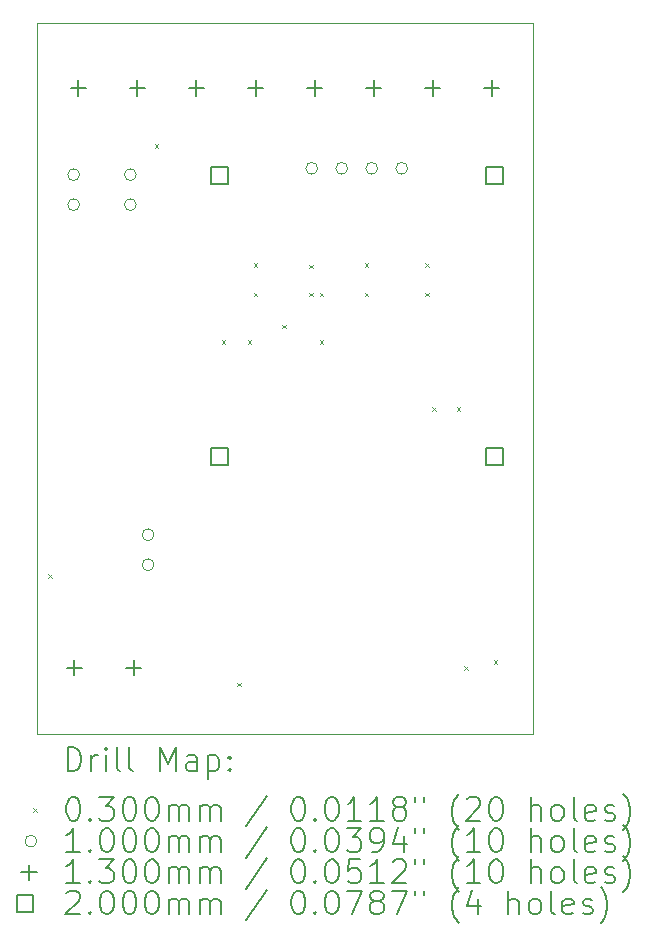
<source format=gbr>
%TF.GenerationSoftware,KiCad,Pcbnew,9.0.0*%
%TF.CreationDate,2025-03-14T10:35:38+00:00*%
%TF.ProjectId,paxtogeddon-pcb,70617874-6f67-4656-9464-6f6e2d706362,rev?*%
%TF.SameCoordinates,Original*%
%TF.FileFunction,Drillmap*%
%TF.FilePolarity,Positive*%
%FSLAX45Y45*%
G04 Gerber Fmt 4.5, Leading zero omitted, Abs format (unit mm)*
G04 Created by KiCad (PCBNEW 9.0.0) date 2025-03-14 10:35:38*
%MOMM*%
%LPD*%
G01*
G04 APERTURE LIST*
%ADD10C,0.050000*%
%ADD11C,0.200000*%
%ADD12C,0.100000*%
%ADD13C,0.130000*%
G04 APERTURE END LIST*
D10*
X3240000Y-2100000D02*
X7440000Y-2100000D01*
X7440000Y-8120000D01*
X3240000Y-8120000D01*
X3240000Y-2100000D01*
D11*
D12*
X3335000Y-6765000D02*
X3365000Y-6795000D01*
X3365000Y-6765000D02*
X3335000Y-6795000D01*
X4235000Y-3125000D02*
X4265000Y-3155000D01*
X4265000Y-3125000D02*
X4235000Y-3155000D01*
X4805000Y-4785000D02*
X4835000Y-4815000D01*
X4835000Y-4785000D02*
X4805000Y-4815000D01*
X4935000Y-7685000D02*
X4965000Y-7715000D01*
X4965000Y-7685000D02*
X4935000Y-7715000D01*
X5025000Y-4785000D02*
X5055000Y-4815000D01*
X5055000Y-4785000D02*
X5025000Y-4815000D01*
X5075000Y-4135000D02*
X5105000Y-4165000D01*
X5105000Y-4135000D02*
X5075000Y-4165000D01*
X5075000Y-4385000D02*
X5105000Y-4415000D01*
X5105000Y-4385000D02*
X5075000Y-4415000D01*
X5315000Y-4655000D02*
X5345000Y-4685000D01*
X5345000Y-4655000D02*
X5315000Y-4685000D01*
X5545000Y-4145000D02*
X5575000Y-4175000D01*
X5575000Y-4145000D02*
X5545000Y-4175000D01*
X5545000Y-4385000D02*
X5575000Y-4415000D01*
X5575000Y-4385000D02*
X5545000Y-4415000D01*
X5635000Y-4385000D02*
X5665000Y-4415000D01*
X5665000Y-4385000D02*
X5635000Y-4415000D01*
X5635000Y-4785000D02*
X5665000Y-4815000D01*
X5665000Y-4785000D02*
X5635000Y-4815000D01*
X6015000Y-4135000D02*
X6045000Y-4165000D01*
X6045000Y-4135000D02*
X6015000Y-4165000D01*
X6015000Y-4385000D02*
X6045000Y-4415000D01*
X6045000Y-4385000D02*
X6015000Y-4415000D01*
X6525000Y-4135000D02*
X6555000Y-4165000D01*
X6555000Y-4135000D02*
X6525000Y-4165000D01*
X6525000Y-4385000D02*
X6555000Y-4415000D01*
X6555000Y-4385000D02*
X6525000Y-4415000D01*
X6585000Y-5355000D02*
X6615000Y-5385000D01*
X6615000Y-5355000D02*
X6585000Y-5385000D01*
X6795000Y-5355000D02*
X6825000Y-5385000D01*
X6825000Y-5355000D02*
X6795000Y-5385000D01*
X6855000Y-7545000D02*
X6885000Y-7575000D01*
X6885000Y-7545000D02*
X6855000Y-7575000D01*
X7105000Y-7495000D02*
X7135000Y-7525000D01*
X7135000Y-7495000D02*
X7105000Y-7525000D01*
X3600000Y-3383500D02*
G75*
G02*
X3500000Y-3383500I-50000J0D01*
G01*
X3500000Y-3383500D02*
G75*
G02*
X3600000Y-3383500I50000J0D01*
G01*
X3600000Y-3637500D02*
G75*
G02*
X3500000Y-3637500I-50000J0D01*
G01*
X3500000Y-3637500D02*
G75*
G02*
X3600000Y-3637500I50000J0D01*
G01*
X4080000Y-3383500D02*
G75*
G02*
X3980000Y-3383500I-50000J0D01*
G01*
X3980000Y-3383500D02*
G75*
G02*
X4080000Y-3383500I50000J0D01*
G01*
X4080000Y-3637500D02*
G75*
G02*
X3980000Y-3637500I-50000J0D01*
G01*
X3980000Y-3637500D02*
G75*
G02*
X4080000Y-3637500I50000J0D01*
G01*
X4230000Y-6432500D02*
G75*
G02*
X4130000Y-6432500I-50000J0D01*
G01*
X4130000Y-6432500D02*
G75*
G02*
X4230000Y-6432500I50000J0D01*
G01*
X4230000Y-6686500D02*
G75*
G02*
X4130000Y-6686500I-50000J0D01*
G01*
X4130000Y-6686500D02*
G75*
G02*
X4230000Y-6686500I50000J0D01*
G01*
X5616000Y-3330000D02*
G75*
G02*
X5516000Y-3330000I-50000J0D01*
G01*
X5516000Y-3330000D02*
G75*
G02*
X5616000Y-3330000I50000J0D01*
G01*
X5870000Y-3330000D02*
G75*
G02*
X5770000Y-3330000I-50000J0D01*
G01*
X5770000Y-3330000D02*
G75*
G02*
X5870000Y-3330000I50000J0D01*
G01*
X6124000Y-3330000D02*
G75*
G02*
X6024000Y-3330000I-50000J0D01*
G01*
X6024000Y-3330000D02*
G75*
G02*
X6124000Y-3330000I50000J0D01*
G01*
X6378000Y-3330000D02*
G75*
G02*
X6278000Y-3330000I-50000J0D01*
G01*
X6278000Y-3330000D02*
G75*
G02*
X6378000Y-3330000I50000J0D01*
G01*
D13*
X3556750Y-7491750D02*
X3556750Y-7621750D01*
X3491750Y-7556750D02*
X3621750Y-7556750D01*
X3590000Y-2585000D02*
X3590000Y-2715000D01*
X3525000Y-2650000D02*
X3655000Y-2650000D01*
X4056750Y-7491750D02*
X4056750Y-7621750D01*
X3991750Y-7556750D02*
X4121750Y-7556750D01*
X4090000Y-2585000D02*
X4090000Y-2715000D01*
X4025000Y-2650000D02*
X4155000Y-2650000D01*
X4590000Y-2585000D02*
X4590000Y-2715000D01*
X4525000Y-2650000D02*
X4655000Y-2650000D01*
X5090000Y-2585000D02*
X5090000Y-2715000D01*
X5025000Y-2650000D02*
X5155000Y-2650000D01*
X5590000Y-2585000D02*
X5590000Y-2715000D01*
X5525000Y-2650000D02*
X5655000Y-2650000D01*
X6090000Y-2585000D02*
X6090000Y-2715000D01*
X6025000Y-2650000D02*
X6155000Y-2650000D01*
X6590000Y-2585000D02*
X6590000Y-2715000D01*
X6525000Y-2650000D02*
X6655000Y-2650000D01*
X7090000Y-2585000D02*
X7090000Y-2715000D01*
X7025000Y-2650000D02*
X7155000Y-2650000D01*
D11*
X4852711Y-3460711D02*
X4852711Y-3319289D01*
X4711289Y-3319289D01*
X4711289Y-3460711D01*
X4852711Y-3460711D01*
X4852711Y-5840711D02*
X4852711Y-5699289D01*
X4711289Y-5699289D01*
X4711289Y-5840711D01*
X4852711Y-5840711D01*
X7182711Y-3460711D02*
X7182711Y-3319289D01*
X7041289Y-3319289D01*
X7041289Y-3460711D01*
X7182711Y-3460711D01*
X7182711Y-5840711D02*
X7182711Y-5699289D01*
X7041289Y-5699289D01*
X7041289Y-5840711D01*
X7182711Y-5840711D01*
X3498277Y-8433984D02*
X3498277Y-8233984D01*
X3498277Y-8233984D02*
X3545896Y-8233984D01*
X3545896Y-8233984D02*
X3574467Y-8243508D01*
X3574467Y-8243508D02*
X3593515Y-8262555D01*
X3593515Y-8262555D02*
X3603039Y-8281603D01*
X3603039Y-8281603D02*
X3612562Y-8319698D01*
X3612562Y-8319698D02*
X3612562Y-8348269D01*
X3612562Y-8348269D02*
X3603039Y-8386365D01*
X3603039Y-8386365D02*
X3593515Y-8405412D01*
X3593515Y-8405412D02*
X3574467Y-8424460D01*
X3574467Y-8424460D02*
X3545896Y-8433984D01*
X3545896Y-8433984D02*
X3498277Y-8433984D01*
X3698277Y-8433984D02*
X3698277Y-8300650D01*
X3698277Y-8338746D02*
X3707801Y-8319698D01*
X3707801Y-8319698D02*
X3717324Y-8310174D01*
X3717324Y-8310174D02*
X3736372Y-8300650D01*
X3736372Y-8300650D02*
X3755420Y-8300650D01*
X3822086Y-8433984D02*
X3822086Y-8300650D01*
X3822086Y-8233984D02*
X3812562Y-8243508D01*
X3812562Y-8243508D02*
X3822086Y-8253031D01*
X3822086Y-8253031D02*
X3831610Y-8243508D01*
X3831610Y-8243508D02*
X3822086Y-8233984D01*
X3822086Y-8233984D02*
X3822086Y-8253031D01*
X3945896Y-8433984D02*
X3926848Y-8424460D01*
X3926848Y-8424460D02*
X3917324Y-8405412D01*
X3917324Y-8405412D02*
X3917324Y-8233984D01*
X4050658Y-8433984D02*
X4031610Y-8424460D01*
X4031610Y-8424460D02*
X4022086Y-8405412D01*
X4022086Y-8405412D02*
X4022086Y-8233984D01*
X4279229Y-8433984D02*
X4279229Y-8233984D01*
X4279229Y-8233984D02*
X4345896Y-8376841D01*
X4345896Y-8376841D02*
X4412563Y-8233984D01*
X4412563Y-8233984D02*
X4412563Y-8433984D01*
X4593515Y-8433984D02*
X4593515Y-8329222D01*
X4593515Y-8329222D02*
X4583991Y-8310174D01*
X4583991Y-8310174D02*
X4564944Y-8300650D01*
X4564944Y-8300650D02*
X4526848Y-8300650D01*
X4526848Y-8300650D02*
X4507801Y-8310174D01*
X4593515Y-8424460D02*
X4574467Y-8433984D01*
X4574467Y-8433984D02*
X4526848Y-8433984D01*
X4526848Y-8433984D02*
X4507801Y-8424460D01*
X4507801Y-8424460D02*
X4498277Y-8405412D01*
X4498277Y-8405412D02*
X4498277Y-8386365D01*
X4498277Y-8386365D02*
X4507801Y-8367317D01*
X4507801Y-8367317D02*
X4526848Y-8357793D01*
X4526848Y-8357793D02*
X4574467Y-8357793D01*
X4574467Y-8357793D02*
X4593515Y-8348269D01*
X4688753Y-8300650D02*
X4688753Y-8500650D01*
X4688753Y-8310174D02*
X4707801Y-8300650D01*
X4707801Y-8300650D02*
X4745896Y-8300650D01*
X4745896Y-8300650D02*
X4764944Y-8310174D01*
X4764944Y-8310174D02*
X4774467Y-8319698D01*
X4774467Y-8319698D02*
X4783991Y-8338746D01*
X4783991Y-8338746D02*
X4783991Y-8395889D01*
X4783991Y-8395889D02*
X4774467Y-8414936D01*
X4774467Y-8414936D02*
X4764944Y-8424460D01*
X4764944Y-8424460D02*
X4745896Y-8433984D01*
X4745896Y-8433984D02*
X4707801Y-8433984D01*
X4707801Y-8433984D02*
X4688753Y-8424460D01*
X4869705Y-8414936D02*
X4879229Y-8424460D01*
X4879229Y-8424460D02*
X4869705Y-8433984D01*
X4869705Y-8433984D02*
X4860182Y-8424460D01*
X4860182Y-8424460D02*
X4869705Y-8414936D01*
X4869705Y-8414936D02*
X4869705Y-8433984D01*
X4869705Y-8310174D02*
X4879229Y-8319698D01*
X4879229Y-8319698D02*
X4869705Y-8329222D01*
X4869705Y-8329222D02*
X4860182Y-8319698D01*
X4860182Y-8319698D02*
X4869705Y-8310174D01*
X4869705Y-8310174D02*
X4869705Y-8329222D01*
D12*
X3207500Y-8747500D02*
X3237500Y-8777500D01*
X3237500Y-8747500D02*
X3207500Y-8777500D01*
D11*
X3536372Y-8653984D02*
X3555420Y-8653984D01*
X3555420Y-8653984D02*
X3574467Y-8663508D01*
X3574467Y-8663508D02*
X3583991Y-8673031D01*
X3583991Y-8673031D02*
X3593515Y-8692079D01*
X3593515Y-8692079D02*
X3603039Y-8730174D01*
X3603039Y-8730174D02*
X3603039Y-8777793D01*
X3603039Y-8777793D02*
X3593515Y-8815889D01*
X3593515Y-8815889D02*
X3583991Y-8834936D01*
X3583991Y-8834936D02*
X3574467Y-8844460D01*
X3574467Y-8844460D02*
X3555420Y-8853984D01*
X3555420Y-8853984D02*
X3536372Y-8853984D01*
X3536372Y-8853984D02*
X3517324Y-8844460D01*
X3517324Y-8844460D02*
X3507801Y-8834936D01*
X3507801Y-8834936D02*
X3498277Y-8815889D01*
X3498277Y-8815889D02*
X3488753Y-8777793D01*
X3488753Y-8777793D02*
X3488753Y-8730174D01*
X3488753Y-8730174D02*
X3498277Y-8692079D01*
X3498277Y-8692079D02*
X3507801Y-8673031D01*
X3507801Y-8673031D02*
X3517324Y-8663508D01*
X3517324Y-8663508D02*
X3536372Y-8653984D01*
X3688753Y-8834936D02*
X3698277Y-8844460D01*
X3698277Y-8844460D02*
X3688753Y-8853984D01*
X3688753Y-8853984D02*
X3679229Y-8844460D01*
X3679229Y-8844460D02*
X3688753Y-8834936D01*
X3688753Y-8834936D02*
X3688753Y-8853984D01*
X3764943Y-8653984D02*
X3888753Y-8653984D01*
X3888753Y-8653984D02*
X3822086Y-8730174D01*
X3822086Y-8730174D02*
X3850658Y-8730174D01*
X3850658Y-8730174D02*
X3869705Y-8739698D01*
X3869705Y-8739698D02*
X3879229Y-8749222D01*
X3879229Y-8749222D02*
X3888753Y-8768270D01*
X3888753Y-8768270D02*
X3888753Y-8815889D01*
X3888753Y-8815889D02*
X3879229Y-8834936D01*
X3879229Y-8834936D02*
X3869705Y-8844460D01*
X3869705Y-8844460D02*
X3850658Y-8853984D01*
X3850658Y-8853984D02*
X3793515Y-8853984D01*
X3793515Y-8853984D02*
X3774467Y-8844460D01*
X3774467Y-8844460D02*
X3764943Y-8834936D01*
X4012562Y-8653984D02*
X4031610Y-8653984D01*
X4031610Y-8653984D02*
X4050658Y-8663508D01*
X4050658Y-8663508D02*
X4060182Y-8673031D01*
X4060182Y-8673031D02*
X4069705Y-8692079D01*
X4069705Y-8692079D02*
X4079229Y-8730174D01*
X4079229Y-8730174D02*
X4079229Y-8777793D01*
X4079229Y-8777793D02*
X4069705Y-8815889D01*
X4069705Y-8815889D02*
X4060182Y-8834936D01*
X4060182Y-8834936D02*
X4050658Y-8844460D01*
X4050658Y-8844460D02*
X4031610Y-8853984D01*
X4031610Y-8853984D02*
X4012562Y-8853984D01*
X4012562Y-8853984D02*
X3993515Y-8844460D01*
X3993515Y-8844460D02*
X3983991Y-8834936D01*
X3983991Y-8834936D02*
X3974467Y-8815889D01*
X3974467Y-8815889D02*
X3964943Y-8777793D01*
X3964943Y-8777793D02*
X3964943Y-8730174D01*
X3964943Y-8730174D02*
X3974467Y-8692079D01*
X3974467Y-8692079D02*
X3983991Y-8673031D01*
X3983991Y-8673031D02*
X3993515Y-8663508D01*
X3993515Y-8663508D02*
X4012562Y-8653984D01*
X4203039Y-8653984D02*
X4222086Y-8653984D01*
X4222086Y-8653984D02*
X4241134Y-8663508D01*
X4241134Y-8663508D02*
X4250658Y-8673031D01*
X4250658Y-8673031D02*
X4260182Y-8692079D01*
X4260182Y-8692079D02*
X4269705Y-8730174D01*
X4269705Y-8730174D02*
X4269705Y-8777793D01*
X4269705Y-8777793D02*
X4260182Y-8815889D01*
X4260182Y-8815889D02*
X4250658Y-8834936D01*
X4250658Y-8834936D02*
X4241134Y-8844460D01*
X4241134Y-8844460D02*
X4222086Y-8853984D01*
X4222086Y-8853984D02*
X4203039Y-8853984D01*
X4203039Y-8853984D02*
X4183991Y-8844460D01*
X4183991Y-8844460D02*
X4174467Y-8834936D01*
X4174467Y-8834936D02*
X4164943Y-8815889D01*
X4164943Y-8815889D02*
X4155420Y-8777793D01*
X4155420Y-8777793D02*
X4155420Y-8730174D01*
X4155420Y-8730174D02*
X4164943Y-8692079D01*
X4164943Y-8692079D02*
X4174467Y-8673031D01*
X4174467Y-8673031D02*
X4183991Y-8663508D01*
X4183991Y-8663508D02*
X4203039Y-8653984D01*
X4355420Y-8853984D02*
X4355420Y-8720650D01*
X4355420Y-8739698D02*
X4364944Y-8730174D01*
X4364944Y-8730174D02*
X4383991Y-8720650D01*
X4383991Y-8720650D02*
X4412563Y-8720650D01*
X4412563Y-8720650D02*
X4431610Y-8730174D01*
X4431610Y-8730174D02*
X4441134Y-8749222D01*
X4441134Y-8749222D02*
X4441134Y-8853984D01*
X4441134Y-8749222D02*
X4450658Y-8730174D01*
X4450658Y-8730174D02*
X4469705Y-8720650D01*
X4469705Y-8720650D02*
X4498277Y-8720650D01*
X4498277Y-8720650D02*
X4517325Y-8730174D01*
X4517325Y-8730174D02*
X4526848Y-8749222D01*
X4526848Y-8749222D02*
X4526848Y-8853984D01*
X4622086Y-8853984D02*
X4622086Y-8720650D01*
X4622086Y-8739698D02*
X4631610Y-8730174D01*
X4631610Y-8730174D02*
X4650658Y-8720650D01*
X4650658Y-8720650D02*
X4679229Y-8720650D01*
X4679229Y-8720650D02*
X4698277Y-8730174D01*
X4698277Y-8730174D02*
X4707801Y-8749222D01*
X4707801Y-8749222D02*
X4707801Y-8853984D01*
X4707801Y-8749222D02*
X4717325Y-8730174D01*
X4717325Y-8730174D02*
X4736372Y-8720650D01*
X4736372Y-8720650D02*
X4764944Y-8720650D01*
X4764944Y-8720650D02*
X4783991Y-8730174D01*
X4783991Y-8730174D02*
X4793515Y-8749222D01*
X4793515Y-8749222D02*
X4793515Y-8853984D01*
X5183991Y-8644460D02*
X5012563Y-8901603D01*
X5441134Y-8653984D02*
X5460182Y-8653984D01*
X5460182Y-8653984D02*
X5479229Y-8663508D01*
X5479229Y-8663508D02*
X5488753Y-8673031D01*
X5488753Y-8673031D02*
X5498277Y-8692079D01*
X5498277Y-8692079D02*
X5507801Y-8730174D01*
X5507801Y-8730174D02*
X5507801Y-8777793D01*
X5507801Y-8777793D02*
X5498277Y-8815889D01*
X5498277Y-8815889D02*
X5488753Y-8834936D01*
X5488753Y-8834936D02*
X5479229Y-8844460D01*
X5479229Y-8844460D02*
X5460182Y-8853984D01*
X5460182Y-8853984D02*
X5441134Y-8853984D01*
X5441134Y-8853984D02*
X5422087Y-8844460D01*
X5422087Y-8844460D02*
X5412563Y-8834936D01*
X5412563Y-8834936D02*
X5403039Y-8815889D01*
X5403039Y-8815889D02*
X5393515Y-8777793D01*
X5393515Y-8777793D02*
X5393515Y-8730174D01*
X5393515Y-8730174D02*
X5403039Y-8692079D01*
X5403039Y-8692079D02*
X5412563Y-8673031D01*
X5412563Y-8673031D02*
X5422087Y-8663508D01*
X5422087Y-8663508D02*
X5441134Y-8653984D01*
X5593515Y-8834936D02*
X5603039Y-8844460D01*
X5603039Y-8844460D02*
X5593515Y-8853984D01*
X5593515Y-8853984D02*
X5583991Y-8844460D01*
X5583991Y-8844460D02*
X5593515Y-8834936D01*
X5593515Y-8834936D02*
X5593515Y-8853984D01*
X5726848Y-8653984D02*
X5745896Y-8653984D01*
X5745896Y-8653984D02*
X5764944Y-8663508D01*
X5764944Y-8663508D02*
X5774467Y-8673031D01*
X5774467Y-8673031D02*
X5783991Y-8692079D01*
X5783991Y-8692079D02*
X5793515Y-8730174D01*
X5793515Y-8730174D02*
X5793515Y-8777793D01*
X5793515Y-8777793D02*
X5783991Y-8815889D01*
X5783991Y-8815889D02*
X5774467Y-8834936D01*
X5774467Y-8834936D02*
X5764944Y-8844460D01*
X5764944Y-8844460D02*
X5745896Y-8853984D01*
X5745896Y-8853984D02*
X5726848Y-8853984D01*
X5726848Y-8853984D02*
X5707801Y-8844460D01*
X5707801Y-8844460D02*
X5698277Y-8834936D01*
X5698277Y-8834936D02*
X5688753Y-8815889D01*
X5688753Y-8815889D02*
X5679229Y-8777793D01*
X5679229Y-8777793D02*
X5679229Y-8730174D01*
X5679229Y-8730174D02*
X5688753Y-8692079D01*
X5688753Y-8692079D02*
X5698277Y-8673031D01*
X5698277Y-8673031D02*
X5707801Y-8663508D01*
X5707801Y-8663508D02*
X5726848Y-8653984D01*
X5983991Y-8853984D02*
X5869706Y-8853984D01*
X5926848Y-8853984D02*
X5926848Y-8653984D01*
X5926848Y-8653984D02*
X5907801Y-8682555D01*
X5907801Y-8682555D02*
X5888753Y-8701603D01*
X5888753Y-8701603D02*
X5869706Y-8711127D01*
X6174467Y-8853984D02*
X6060182Y-8853984D01*
X6117325Y-8853984D02*
X6117325Y-8653984D01*
X6117325Y-8653984D02*
X6098277Y-8682555D01*
X6098277Y-8682555D02*
X6079229Y-8701603D01*
X6079229Y-8701603D02*
X6060182Y-8711127D01*
X6288753Y-8739698D02*
X6269706Y-8730174D01*
X6269706Y-8730174D02*
X6260182Y-8720650D01*
X6260182Y-8720650D02*
X6250658Y-8701603D01*
X6250658Y-8701603D02*
X6250658Y-8692079D01*
X6250658Y-8692079D02*
X6260182Y-8673031D01*
X6260182Y-8673031D02*
X6269706Y-8663508D01*
X6269706Y-8663508D02*
X6288753Y-8653984D01*
X6288753Y-8653984D02*
X6326848Y-8653984D01*
X6326848Y-8653984D02*
X6345896Y-8663508D01*
X6345896Y-8663508D02*
X6355420Y-8673031D01*
X6355420Y-8673031D02*
X6364944Y-8692079D01*
X6364944Y-8692079D02*
X6364944Y-8701603D01*
X6364944Y-8701603D02*
X6355420Y-8720650D01*
X6355420Y-8720650D02*
X6345896Y-8730174D01*
X6345896Y-8730174D02*
X6326848Y-8739698D01*
X6326848Y-8739698D02*
X6288753Y-8739698D01*
X6288753Y-8739698D02*
X6269706Y-8749222D01*
X6269706Y-8749222D02*
X6260182Y-8758746D01*
X6260182Y-8758746D02*
X6250658Y-8777793D01*
X6250658Y-8777793D02*
X6250658Y-8815889D01*
X6250658Y-8815889D02*
X6260182Y-8834936D01*
X6260182Y-8834936D02*
X6269706Y-8844460D01*
X6269706Y-8844460D02*
X6288753Y-8853984D01*
X6288753Y-8853984D02*
X6326848Y-8853984D01*
X6326848Y-8853984D02*
X6345896Y-8844460D01*
X6345896Y-8844460D02*
X6355420Y-8834936D01*
X6355420Y-8834936D02*
X6364944Y-8815889D01*
X6364944Y-8815889D02*
X6364944Y-8777793D01*
X6364944Y-8777793D02*
X6355420Y-8758746D01*
X6355420Y-8758746D02*
X6345896Y-8749222D01*
X6345896Y-8749222D02*
X6326848Y-8739698D01*
X6441134Y-8653984D02*
X6441134Y-8692079D01*
X6517325Y-8653984D02*
X6517325Y-8692079D01*
X6812563Y-8930174D02*
X6803039Y-8920650D01*
X6803039Y-8920650D02*
X6783991Y-8892079D01*
X6783991Y-8892079D02*
X6774468Y-8873031D01*
X6774468Y-8873031D02*
X6764944Y-8844460D01*
X6764944Y-8844460D02*
X6755420Y-8796841D01*
X6755420Y-8796841D02*
X6755420Y-8758746D01*
X6755420Y-8758746D02*
X6764944Y-8711127D01*
X6764944Y-8711127D02*
X6774468Y-8682555D01*
X6774468Y-8682555D02*
X6783991Y-8663508D01*
X6783991Y-8663508D02*
X6803039Y-8634936D01*
X6803039Y-8634936D02*
X6812563Y-8625412D01*
X6879229Y-8673031D02*
X6888753Y-8663508D01*
X6888753Y-8663508D02*
X6907801Y-8653984D01*
X6907801Y-8653984D02*
X6955420Y-8653984D01*
X6955420Y-8653984D02*
X6974468Y-8663508D01*
X6974468Y-8663508D02*
X6983991Y-8673031D01*
X6983991Y-8673031D02*
X6993515Y-8692079D01*
X6993515Y-8692079D02*
X6993515Y-8711127D01*
X6993515Y-8711127D02*
X6983991Y-8739698D01*
X6983991Y-8739698D02*
X6869706Y-8853984D01*
X6869706Y-8853984D02*
X6993515Y-8853984D01*
X7117325Y-8653984D02*
X7136372Y-8653984D01*
X7136372Y-8653984D02*
X7155420Y-8663508D01*
X7155420Y-8663508D02*
X7164944Y-8673031D01*
X7164944Y-8673031D02*
X7174468Y-8692079D01*
X7174468Y-8692079D02*
X7183991Y-8730174D01*
X7183991Y-8730174D02*
X7183991Y-8777793D01*
X7183991Y-8777793D02*
X7174468Y-8815889D01*
X7174468Y-8815889D02*
X7164944Y-8834936D01*
X7164944Y-8834936D02*
X7155420Y-8844460D01*
X7155420Y-8844460D02*
X7136372Y-8853984D01*
X7136372Y-8853984D02*
X7117325Y-8853984D01*
X7117325Y-8853984D02*
X7098277Y-8844460D01*
X7098277Y-8844460D02*
X7088753Y-8834936D01*
X7088753Y-8834936D02*
X7079229Y-8815889D01*
X7079229Y-8815889D02*
X7069706Y-8777793D01*
X7069706Y-8777793D02*
X7069706Y-8730174D01*
X7069706Y-8730174D02*
X7079229Y-8692079D01*
X7079229Y-8692079D02*
X7088753Y-8673031D01*
X7088753Y-8673031D02*
X7098277Y-8663508D01*
X7098277Y-8663508D02*
X7117325Y-8653984D01*
X7422087Y-8853984D02*
X7422087Y-8653984D01*
X7507801Y-8853984D02*
X7507801Y-8749222D01*
X7507801Y-8749222D02*
X7498277Y-8730174D01*
X7498277Y-8730174D02*
X7479230Y-8720650D01*
X7479230Y-8720650D02*
X7450658Y-8720650D01*
X7450658Y-8720650D02*
X7431610Y-8730174D01*
X7431610Y-8730174D02*
X7422087Y-8739698D01*
X7631610Y-8853984D02*
X7612563Y-8844460D01*
X7612563Y-8844460D02*
X7603039Y-8834936D01*
X7603039Y-8834936D02*
X7593515Y-8815889D01*
X7593515Y-8815889D02*
X7593515Y-8758746D01*
X7593515Y-8758746D02*
X7603039Y-8739698D01*
X7603039Y-8739698D02*
X7612563Y-8730174D01*
X7612563Y-8730174D02*
X7631610Y-8720650D01*
X7631610Y-8720650D02*
X7660182Y-8720650D01*
X7660182Y-8720650D02*
X7679230Y-8730174D01*
X7679230Y-8730174D02*
X7688753Y-8739698D01*
X7688753Y-8739698D02*
X7698277Y-8758746D01*
X7698277Y-8758746D02*
X7698277Y-8815889D01*
X7698277Y-8815889D02*
X7688753Y-8834936D01*
X7688753Y-8834936D02*
X7679230Y-8844460D01*
X7679230Y-8844460D02*
X7660182Y-8853984D01*
X7660182Y-8853984D02*
X7631610Y-8853984D01*
X7812563Y-8853984D02*
X7793515Y-8844460D01*
X7793515Y-8844460D02*
X7783991Y-8825412D01*
X7783991Y-8825412D02*
X7783991Y-8653984D01*
X7964944Y-8844460D02*
X7945896Y-8853984D01*
X7945896Y-8853984D02*
X7907801Y-8853984D01*
X7907801Y-8853984D02*
X7888753Y-8844460D01*
X7888753Y-8844460D02*
X7879230Y-8825412D01*
X7879230Y-8825412D02*
X7879230Y-8749222D01*
X7879230Y-8749222D02*
X7888753Y-8730174D01*
X7888753Y-8730174D02*
X7907801Y-8720650D01*
X7907801Y-8720650D02*
X7945896Y-8720650D01*
X7945896Y-8720650D02*
X7964944Y-8730174D01*
X7964944Y-8730174D02*
X7974468Y-8749222D01*
X7974468Y-8749222D02*
X7974468Y-8768270D01*
X7974468Y-8768270D02*
X7879230Y-8787317D01*
X8050658Y-8844460D02*
X8069706Y-8853984D01*
X8069706Y-8853984D02*
X8107801Y-8853984D01*
X8107801Y-8853984D02*
X8126849Y-8844460D01*
X8126849Y-8844460D02*
X8136372Y-8825412D01*
X8136372Y-8825412D02*
X8136372Y-8815889D01*
X8136372Y-8815889D02*
X8126849Y-8796841D01*
X8126849Y-8796841D02*
X8107801Y-8787317D01*
X8107801Y-8787317D02*
X8079230Y-8787317D01*
X8079230Y-8787317D02*
X8060182Y-8777793D01*
X8060182Y-8777793D02*
X8050658Y-8758746D01*
X8050658Y-8758746D02*
X8050658Y-8749222D01*
X8050658Y-8749222D02*
X8060182Y-8730174D01*
X8060182Y-8730174D02*
X8079230Y-8720650D01*
X8079230Y-8720650D02*
X8107801Y-8720650D01*
X8107801Y-8720650D02*
X8126849Y-8730174D01*
X8203039Y-8930174D02*
X8212563Y-8920650D01*
X8212563Y-8920650D02*
X8231611Y-8892079D01*
X8231611Y-8892079D02*
X8241134Y-8873031D01*
X8241134Y-8873031D02*
X8250658Y-8844460D01*
X8250658Y-8844460D02*
X8260182Y-8796841D01*
X8260182Y-8796841D02*
X8260182Y-8758746D01*
X8260182Y-8758746D02*
X8250658Y-8711127D01*
X8250658Y-8711127D02*
X8241134Y-8682555D01*
X8241134Y-8682555D02*
X8231611Y-8663508D01*
X8231611Y-8663508D02*
X8212563Y-8634936D01*
X8212563Y-8634936D02*
X8203039Y-8625412D01*
D12*
X3237500Y-9026500D02*
G75*
G02*
X3137500Y-9026500I-50000J0D01*
G01*
X3137500Y-9026500D02*
G75*
G02*
X3237500Y-9026500I50000J0D01*
G01*
D11*
X3603039Y-9117984D02*
X3488753Y-9117984D01*
X3545896Y-9117984D02*
X3545896Y-8917984D01*
X3545896Y-8917984D02*
X3526848Y-8946555D01*
X3526848Y-8946555D02*
X3507801Y-8965603D01*
X3507801Y-8965603D02*
X3488753Y-8975127D01*
X3688753Y-9098936D02*
X3698277Y-9108460D01*
X3698277Y-9108460D02*
X3688753Y-9117984D01*
X3688753Y-9117984D02*
X3679229Y-9108460D01*
X3679229Y-9108460D02*
X3688753Y-9098936D01*
X3688753Y-9098936D02*
X3688753Y-9117984D01*
X3822086Y-8917984D02*
X3841134Y-8917984D01*
X3841134Y-8917984D02*
X3860182Y-8927508D01*
X3860182Y-8927508D02*
X3869705Y-8937031D01*
X3869705Y-8937031D02*
X3879229Y-8956079D01*
X3879229Y-8956079D02*
X3888753Y-8994174D01*
X3888753Y-8994174D02*
X3888753Y-9041793D01*
X3888753Y-9041793D02*
X3879229Y-9079889D01*
X3879229Y-9079889D02*
X3869705Y-9098936D01*
X3869705Y-9098936D02*
X3860182Y-9108460D01*
X3860182Y-9108460D02*
X3841134Y-9117984D01*
X3841134Y-9117984D02*
X3822086Y-9117984D01*
X3822086Y-9117984D02*
X3803039Y-9108460D01*
X3803039Y-9108460D02*
X3793515Y-9098936D01*
X3793515Y-9098936D02*
X3783991Y-9079889D01*
X3783991Y-9079889D02*
X3774467Y-9041793D01*
X3774467Y-9041793D02*
X3774467Y-8994174D01*
X3774467Y-8994174D02*
X3783991Y-8956079D01*
X3783991Y-8956079D02*
X3793515Y-8937031D01*
X3793515Y-8937031D02*
X3803039Y-8927508D01*
X3803039Y-8927508D02*
X3822086Y-8917984D01*
X4012562Y-8917984D02*
X4031610Y-8917984D01*
X4031610Y-8917984D02*
X4050658Y-8927508D01*
X4050658Y-8927508D02*
X4060182Y-8937031D01*
X4060182Y-8937031D02*
X4069705Y-8956079D01*
X4069705Y-8956079D02*
X4079229Y-8994174D01*
X4079229Y-8994174D02*
X4079229Y-9041793D01*
X4079229Y-9041793D02*
X4069705Y-9079889D01*
X4069705Y-9079889D02*
X4060182Y-9098936D01*
X4060182Y-9098936D02*
X4050658Y-9108460D01*
X4050658Y-9108460D02*
X4031610Y-9117984D01*
X4031610Y-9117984D02*
X4012562Y-9117984D01*
X4012562Y-9117984D02*
X3993515Y-9108460D01*
X3993515Y-9108460D02*
X3983991Y-9098936D01*
X3983991Y-9098936D02*
X3974467Y-9079889D01*
X3974467Y-9079889D02*
X3964943Y-9041793D01*
X3964943Y-9041793D02*
X3964943Y-8994174D01*
X3964943Y-8994174D02*
X3974467Y-8956079D01*
X3974467Y-8956079D02*
X3983991Y-8937031D01*
X3983991Y-8937031D02*
X3993515Y-8927508D01*
X3993515Y-8927508D02*
X4012562Y-8917984D01*
X4203039Y-8917984D02*
X4222086Y-8917984D01*
X4222086Y-8917984D02*
X4241134Y-8927508D01*
X4241134Y-8927508D02*
X4250658Y-8937031D01*
X4250658Y-8937031D02*
X4260182Y-8956079D01*
X4260182Y-8956079D02*
X4269705Y-8994174D01*
X4269705Y-8994174D02*
X4269705Y-9041793D01*
X4269705Y-9041793D02*
X4260182Y-9079889D01*
X4260182Y-9079889D02*
X4250658Y-9098936D01*
X4250658Y-9098936D02*
X4241134Y-9108460D01*
X4241134Y-9108460D02*
X4222086Y-9117984D01*
X4222086Y-9117984D02*
X4203039Y-9117984D01*
X4203039Y-9117984D02*
X4183991Y-9108460D01*
X4183991Y-9108460D02*
X4174467Y-9098936D01*
X4174467Y-9098936D02*
X4164943Y-9079889D01*
X4164943Y-9079889D02*
X4155420Y-9041793D01*
X4155420Y-9041793D02*
X4155420Y-8994174D01*
X4155420Y-8994174D02*
X4164943Y-8956079D01*
X4164943Y-8956079D02*
X4174467Y-8937031D01*
X4174467Y-8937031D02*
X4183991Y-8927508D01*
X4183991Y-8927508D02*
X4203039Y-8917984D01*
X4355420Y-9117984D02*
X4355420Y-8984650D01*
X4355420Y-9003698D02*
X4364944Y-8994174D01*
X4364944Y-8994174D02*
X4383991Y-8984650D01*
X4383991Y-8984650D02*
X4412563Y-8984650D01*
X4412563Y-8984650D02*
X4431610Y-8994174D01*
X4431610Y-8994174D02*
X4441134Y-9013222D01*
X4441134Y-9013222D02*
X4441134Y-9117984D01*
X4441134Y-9013222D02*
X4450658Y-8994174D01*
X4450658Y-8994174D02*
X4469705Y-8984650D01*
X4469705Y-8984650D02*
X4498277Y-8984650D01*
X4498277Y-8984650D02*
X4517325Y-8994174D01*
X4517325Y-8994174D02*
X4526848Y-9013222D01*
X4526848Y-9013222D02*
X4526848Y-9117984D01*
X4622086Y-9117984D02*
X4622086Y-8984650D01*
X4622086Y-9003698D02*
X4631610Y-8994174D01*
X4631610Y-8994174D02*
X4650658Y-8984650D01*
X4650658Y-8984650D02*
X4679229Y-8984650D01*
X4679229Y-8984650D02*
X4698277Y-8994174D01*
X4698277Y-8994174D02*
X4707801Y-9013222D01*
X4707801Y-9013222D02*
X4707801Y-9117984D01*
X4707801Y-9013222D02*
X4717325Y-8994174D01*
X4717325Y-8994174D02*
X4736372Y-8984650D01*
X4736372Y-8984650D02*
X4764944Y-8984650D01*
X4764944Y-8984650D02*
X4783991Y-8994174D01*
X4783991Y-8994174D02*
X4793515Y-9013222D01*
X4793515Y-9013222D02*
X4793515Y-9117984D01*
X5183991Y-8908460D02*
X5012563Y-9165603D01*
X5441134Y-8917984D02*
X5460182Y-8917984D01*
X5460182Y-8917984D02*
X5479229Y-8927508D01*
X5479229Y-8927508D02*
X5488753Y-8937031D01*
X5488753Y-8937031D02*
X5498277Y-8956079D01*
X5498277Y-8956079D02*
X5507801Y-8994174D01*
X5507801Y-8994174D02*
X5507801Y-9041793D01*
X5507801Y-9041793D02*
X5498277Y-9079889D01*
X5498277Y-9079889D02*
X5488753Y-9098936D01*
X5488753Y-9098936D02*
X5479229Y-9108460D01*
X5479229Y-9108460D02*
X5460182Y-9117984D01*
X5460182Y-9117984D02*
X5441134Y-9117984D01*
X5441134Y-9117984D02*
X5422087Y-9108460D01*
X5422087Y-9108460D02*
X5412563Y-9098936D01*
X5412563Y-9098936D02*
X5403039Y-9079889D01*
X5403039Y-9079889D02*
X5393515Y-9041793D01*
X5393515Y-9041793D02*
X5393515Y-8994174D01*
X5393515Y-8994174D02*
X5403039Y-8956079D01*
X5403039Y-8956079D02*
X5412563Y-8937031D01*
X5412563Y-8937031D02*
X5422087Y-8927508D01*
X5422087Y-8927508D02*
X5441134Y-8917984D01*
X5593515Y-9098936D02*
X5603039Y-9108460D01*
X5603039Y-9108460D02*
X5593515Y-9117984D01*
X5593515Y-9117984D02*
X5583991Y-9108460D01*
X5583991Y-9108460D02*
X5593515Y-9098936D01*
X5593515Y-9098936D02*
X5593515Y-9117984D01*
X5726848Y-8917984D02*
X5745896Y-8917984D01*
X5745896Y-8917984D02*
X5764944Y-8927508D01*
X5764944Y-8927508D02*
X5774467Y-8937031D01*
X5774467Y-8937031D02*
X5783991Y-8956079D01*
X5783991Y-8956079D02*
X5793515Y-8994174D01*
X5793515Y-8994174D02*
X5793515Y-9041793D01*
X5793515Y-9041793D02*
X5783991Y-9079889D01*
X5783991Y-9079889D02*
X5774467Y-9098936D01*
X5774467Y-9098936D02*
X5764944Y-9108460D01*
X5764944Y-9108460D02*
X5745896Y-9117984D01*
X5745896Y-9117984D02*
X5726848Y-9117984D01*
X5726848Y-9117984D02*
X5707801Y-9108460D01*
X5707801Y-9108460D02*
X5698277Y-9098936D01*
X5698277Y-9098936D02*
X5688753Y-9079889D01*
X5688753Y-9079889D02*
X5679229Y-9041793D01*
X5679229Y-9041793D02*
X5679229Y-8994174D01*
X5679229Y-8994174D02*
X5688753Y-8956079D01*
X5688753Y-8956079D02*
X5698277Y-8937031D01*
X5698277Y-8937031D02*
X5707801Y-8927508D01*
X5707801Y-8927508D02*
X5726848Y-8917984D01*
X5860182Y-8917984D02*
X5983991Y-8917984D01*
X5983991Y-8917984D02*
X5917325Y-8994174D01*
X5917325Y-8994174D02*
X5945896Y-8994174D01*
X5945896Y-8994174D02*
X5964944Y-9003698D01*
X5964944Y-9003698D02*
X5974467Y-9013222D01*
X5974467Y-9013222D02*
X5983991Y-9032270D01*
X5983991Y-9032270D02*
X5983991Y-9079889D01*
X5983991Y-9079889D02*
X5974467Y-9098936D01*
X5974467Y-9098936D02*
X5964944Y-9108460D01*
X5964944Y-9108460D02*
X5945896Y-9117984D01*
X5945896Y-9117984D02*
X5888753Y-9117984D01*
X5888753Y-9117984D02*
X5869706Y-9108460D01*
X5869706Y-9108460D02*
X5860182Y-9098936D01*
X6079229Y-9117984D02*
X6117325Y-9117984D01*
X6117325Y-9117984D02*
X6136372Y-9108460D01*
X6136372Y-9108460D02*
X6145896Y-9098936D01*
X6145896Y-9098936D02*
X6164944Y-9070365D01*
X6164944Y-9070365D02*
X6174467Y-9032270D01*
X6174467Y-9032270D02*
X6174467Y-8956079D01*
X6174467Y-8956079D02*
X6164944Y-8937031D01*
X6164944Y-8937031D02*
X6155420Y-8927508D01*
X6155420Y-8927508D02*
X6136372Y-8917984D01*
X6136372Y-8917984D02*
X6098277Y-8917984D01*
X6098277Y-8917984D02*
X6079229Y-8927508D01*
X6079229Y-8927508D02*
X6069706Y-8937031D01*
X6069706Y-8937031D02*
X6060182Y-8956079D01*
X6060182Y-8956079D02*
X6060182Y-9003698D01*
X6060182Y-9003698D02*
X6069706Y-9022746D01*
X6069706Y-9022746D02*
X6079229Y-9032270D01*
X6079229Y-9032270D02*
X6098277Y-9041793D01*
X6098277Y-9041793D02*
X6136372Y-9041793D01*
X6136372Y-9041793D02*
X6155420Y-9032270D01*
X6155420Y-9032270D02*
X6164944Y-9022746D01*
X6164944Y-9022746D02*
X6174467Y-9003698D01*
X6345896Y-8984650D02*
X6345896Y-9117984D01*
X6298277Y-8908460D02*
X6250658Y-9051317D01*
X6250658Y-9051317D02*
X6374467Y-9051317D01*
X6441134Y-8917984D02*
X6441134Y-8956079D01*
X6517325Y-8917984D02*
X6517325Y-8956079D01*
X6812563Y-9194174D02*
X6803039Y-9184650D01*
X6803039Y-9184650D02*
X6783991Y-9156079D01*
X6783991Y-9156079D02*
X6774468Y-9137031D01*
X6774468Y-9137031D02*
X6764944Y-9108460D01*
X6764944Y-9108460D02*
X6755420Y-9060841D01*
X6755420Y-9060841D02*
X6755420Y-9022746D01*
X6755420Y-9022746D02*
X6764944Y-8975127D01*
X6764944Y-8975127D02*
X6774468Y-8946555D01*
X6774468Y-8946555D02*
X6783991Y-8927508D01*
X6783991Y-8927508D02*
X6803039Y-8898936D01*
X6803039Y-8898936D02*
X6812563Y-8889412D01*
X6993515Y-9117984D02*
X6879229Y-9117984D01*
X6936372Y-9117984D02*
X6936372Y-8917984D01*
X6936372Y-8917984D02*
X6917325Y-8946555D01*
X6917325Y-8946555D02*
X6898277Y-8965603D01*
X6898277Y-8965603D02*
X6879229Y-8975127D01*
X7117325Y-8917984D02*
X7136372Y-8917984D01*
X7136372Y-8917984D02*
X7155420Y-8927508D01*
X7155420Y-8927508D02*
X7164944Y-8937031D01*
X7164944Y-8937031D02*
X7174468Y-8956079D01*
X7174468Y-8956079D02*
X7183991Y-8994174D01*
X7183991Y-8994174D02*
X7183991Y-9041793D01*
X7183991Y-9041793D02*
X7174468Y-9079889D01*
X7174468Y-9079889D02*
X7164944Y-9098936D01*
X7164944Y-9098936D02*
X7155420Y-9108460D01*
X7155420Y-9108460D02*
X7136372Y-9117984D01*
X7136372Y-9117984D02*
X7117325Y-9117984D01*
X7117325Y-9117984D02*
X7098277Y-9108460D01*
X7098277Y-9108460D02*
X7088753Y-9098936D01*
X7088753Y-9098936D02*
X7079229Y-9079889D01*
X7079229Y-9079889D02*
X7069706Y-9041793D01*
X7069706Y-9041793D02*
X7069706Y-8994174D01*
X7069706Y-8994174D02*
X7079229Y-8956079D01*
X7079229Y-8956079D02*
X7088753Y-8937031D01*
X7088753Y-8937031D02*
X7098277Y-8927508D01*
X7098277Y-8927508D02*
X7117325Y-8917984D01*
X7422087Y-9117984D02*
X7422087Y-8917984D01*
X7507801Y-9117984D02*
X7507801Y-9013222D01*
X7507801Y-9013222D02*
X7498277Y-8994174D01*
X7498277Y-8994174D02*
X7479230Y-8984650D01*
X7479230Y-8984650D02*
X7450658Y-8984650D01*
X7450658Y-8984650D02*
X7431610Y-8994174D01*
X7431610Y-8994174D02*
X7422087Y-9003698D01*
X7631610Y-9117984D02*
X7612563Y-9108460D01*
X7612563Y-9108460D02*
X7603039Y-9098936D01*
X7603039Y-9098936D02*
X7593515Y-9079889D01*
X7593515Y-9079889D02*
X7593515Y-9022746D01*
X7593515Y-9022746D02*
X7603039Y-9003698D01*
X7603039Y-9003698D02*
X7612563Y-8994174D01*
X7612563Y-8994174D02*
X7631610Y-8984650D01*
X7631610Y-8984650D02*
X7660182Y-8984650D01*
X7660182Y-8984650D02*
X7679230Y-8994174D01*
X7679230Y-8994174D02*
X7688753Y-9003698D01*
X7688753Y-9003698D02*
X7698277Y-9022746D01*
X7698277Y-9022746D02*
X7698277Y-9079889D01*
X7698277Y-9079889D02*
X7688753Y-9098936D01*
X7688753Y-9098936D02*
X7679230Y-9108460D01*
X7679230Y-9108460D02*
X7660182Y-9117984D01*
X7660182Y-9117984D02*
X7631610Y-9117984D01*
X7812563Y-9117984D02*
X7793515Y-9108460D01*
X7793515Y-9108460D02*
X7783991Y-9089412D01*
X7783991Y-9089412D02*
X7783991Y-8917984D01*
X7964944Y-9108460D02*
X7945896Y-9117984D01*
X7945896Y-9117984D02*
X7907801Y-9117984D01*
X7907801Y-9117984D02*
X7888753Y-9108460D01*
X7888753Y-9108460D02*
X7879230Y-9089412D01*
X7879230Y-9089412D02*
X7879230Y-9013222D01*
X7879230Y-9013222D02*
X7888753Y-8994174D01*
X7888753Y-8994174D02*
X7907801Y-8984650D01*
X7907801Y-8984650D02*
X7945896Y-8984650D01*
X7945896Y-8984650D02*
X7964944Y-8994174D01*
X7964944Y-8994174D02*
X7974468Y-9013222D01*
X7974468Y-9013222D02*
X7974468Y-9032270D01*
X7974468Y-9032270D02*
X7879230Y-9051317D01*
X8050658Y-9108460D02*
X8069706Y-9117984D01*
X8069706Y-9117984D02*
X8107801Y-9117984D01*
X8107801Y-9117984D02*
X8126849Y-9108460D01*
X8126849Y-9108460D02*
X8136372Y-9089412D01*
X8136372Y-9089412D02*
X8136372Y-9079889D01*
X8136372Y-9079889D02*
X8126849Y-9060841D01*
X8126849Y-9060841D02*
X8107801Y-9051317D01*
X8107801Y-9051317D02*
X8079230Y-9051317D01*
X8079230Y-9051317D02*
X8060182Y-9041793D01*
X8060182Y-9041793D02*
X8050658Y-9022746D01*
X8050658Y-9022746D02*
X8050658Y-9013222D01*
X8050658Y-9013222D02*
X8060182Y-8994174D01*
X8060182Y-8994174D02*
X8079230Y-8984650D01*
X8079230Y-8984650D02*
X8107801Y-8984650D01*
X8107801Y-8984650D02*
X8126849Y-8994174D01*
X8203039Y-9194174D02*
X8212563Y-9184650D01*
X8212563Y-9184650D02*
X8231611Y-9156079D01*
X8231611Y-9156079D02*
X8241134Y-9137031D01*
X8241134Y-9137031D02*
X8250658Y-9108460D01*
X8250658Y-9108460D02*
X8260182Y-9060841D01*
X8260182Y-9060841D02*
X8260182Y-9022746D01*
X8260182Y-9022746D02*
X8250658Y-8975127D01*
X8250658Y-8975127D02*
X8241134Y-8946555D01*
X8241134Y-8946555D02*
X8231611Y-8927508D01*
X8231611Y-8927508D02*
X8212563Y-8898936D01*
X8212563Y-8898936D02*
X8203039Y-8889412D01*
D13*
X3172500Y-9225500D02*
X3172500Y-9355500D01*
X3107500Y-9290500D02*
X3237500Y-9290500D01*
D11*
X3603039Y-9381984D02*
X3488753Y-9381984D01*
X3545896Y-9381984D02*
X3545896Y-9181984D01*
X3545896Y-9181984D02*
X3526848Y-9210555D01*
X3526848Y-9210555D02*
X3507801Y-9229603D01*
X3507801Y-9229603D02*
X3488753Y-9239127D01*
X3688753Y-9362936D02*
X3698277Y-9372460D01*
X3698277Y-9372460D02*
X3688753Y-9381984D01*
X3688753Y-9381984D02*
X3679229Y-9372460D01*
X3679229Y-9372460D02*
X3688753Y-9362936D01*
X3688753Y-9362936D02*
X3688753Y-9381984D01*
X3764943Y-9181984D02*
X3888753Y-9181984D01*
X3888753Y-9181984D02*
X3822086Y-9258174D01*
X3822086Y-9258174D02*
X3850658Y-9258174D01*
X3850658Y-9258174D02*
X3869705Y-9267698D01*
X3869705Y-9267698D02*
X3879229Y-9277222D01*
X3879229Y-9277222D02*
X3888753Y-9296270D01*
X3888753Y-9296270D02*
X3888753Y-9343889D01*
X3888753Y-9343889D02*
X3879229Y-9362936D01*
X3879229Y-9362936D02*
X3869705Y-9372460D01*
X3869705Y-9372460D02*
X3850658Y-9381984D01*
X3850658Y-9381984D02*
X3793515Y-9381984D01*
X3793515Y-9381984D02*
X3774467Y-9372460D01*
X3774467Y-9372460D02*
X3764943Y-9362936D01*
X4012562Y-9181984D02*
X4031610Y-9181984D01*
X4031610Y-9181984D02*
X4050658Y-9191508D01*
X4050658Y-9191508D02*
X4060182Y-9201031D01*
X4060182Y-9201031D02*
X4069705Y-9220079D01*
X4069705Y-9220079D02*
X4079229Y-9258174D01*
X4079229Y-9258174D02*
X4079229Y-9305793D01*
X4079229Y-9305793D02*
X4069705Y-9343889D01*
X4069705Y-9343889D02*
X4060182Y-9362936D01*
X4060182Y-9362936D02*
X4050658Y-9372460D01*
X4050658Y-9372460D02*
X4031610Y-9381984D01*
X4031610Y-9381984D02*
X4012562Y-9381984D01*
X4012562Y-9381984D02*
X3993515Y-9372460D01*
X3993515Y-9372460D02*
X3983991Y-9362936D01*
X3983991Y-9362936D02*
X3974467Y-9343889D01*
X3974467Y-9343889D02*
X3964943Y-9305793D01*
X3964943Y-9305793D02*
X3964943Y-9258174D01*
X3964943Y-9258174D02*
X3974467Y-9220079D01*
X3974467Y-9220079D02*
X3983991Y-9201031D01*
X3983991Y-9201031D02*
X3993515Y-9191508D01*
X3993515Y-9191508D02*
X4012562Y-9181984D01*
X4203039Y-9181984D02*
X4222086Y-9181984D01*
X4222086Y-9181984D02*
X4241134Y-9191508D01*
X4241134Y-9191508D02*
X4250658Y-9201031D01*
X4250658Y-9201031D02*
X4260182Y-9220079D01*
X4260182Y-9220079D02*
X4269705Y-9258174D01*
X4269705Y-9258174D02*
X4269705Y-9305793D01*
X4269705Y-9305793D02*
X4260182Y-9343889D01*
X4260182Y-9343889D02*
X4250658Y-9362936D01*
X4250658Y-9362936D02*
X4241134Y-9372460D01*
X4241134Y-9372460D02*
X4222086Y-9381984D01*
X4222086Y-9381984D02*
X4203039Y-9381984D01*
X4203039Y-9381984D02*
X4183991Y-9372460D01*
X4183991Y-9372460D02*
X4174467Y-9362936D01*
X4174467Y-9362936D02*
X4164943Y-9343889D01*
X4164943Y-9343889D02*
X4155420Y-9305793D01*
X4155420Y-9305793D02*
X4155420Y-9258174D01*
X4155420Y-9258174D02*
X4164943Y-9220079D01*
X4164943Y-9220079D02*
X4174467Y-9201031D01*
X4174467Y-9201031D02*
X4183991Y-9191508D01*
X4183991Y-9191508D02*
X4203039Y-9181984D01*
X4355420Y-9381984D02*
X4355420Y-9248650D01*
X4355420Y-9267698D02*
X4364944Y-9258174D01*
X4364944Y-9258174D02*
X4383991Y-9248650D01*
X4383991Y-9248650D02*
X4412563Y-9248650D01*
X4412563Y-9248650D02*
X4431610Y-9258174D01*
X4431610Y-9258174D02*
X4441134Y-9277222D01*
X4441134Y-9277222D02*
X4441134Y-9381984D01*
X4441134Y-9277222D02*
X4450658Y-9258174D01*
X4450658Y-9258174D02*
X4469705Y-9248650D01*
X4469705Y-9248650D02*
X4498277Y-9248650D01*
X4498277Y-9248650D02*
X4517325Y-9258174D01*
X4517325Y-9258174D02*
X4526848Y-9277222D01*
X4526848Y-9277222D02*
X4526848Y-9381984D01*
X4622086Y-9381984D02*
X4622086Y-9248650D01*
X4622086Y-9267698D02*
X4631610Y-9258174D01*
X4631610Y-9258174D02*
X4650658Y-9248650D01*
X4650658Y-9248650D02*
X4679229Y-9248650D01*
X4679229Y-9248650D02*
X4698277Y-9258174D01*
X4698277Y-9258174D02*
X4707801Y-9277222D01*
X4707801Y-9277222D02*
X4707801Y-9381984D01*
X4707801Y-9277222D02*
X4717325Y-9258174D01*
X4717325Y-9258174D02*
X4736372Y-9248650D01*
X4736372Y-9248650D02*
X4764944Y-9248650D01*
X4764944Y-9248650D02*
X4783991Y-9258174D01*
X4783991Y-9258174D02*
X4793515Y-9277222D01*
X4793515Y-9277222D02*
X4793515Y-9381984D01*
X5183991Y-9172460D02*
X5012563Y-9429603D01*
X5441134Y-9181984D02*
X5460182Y-9181984D01*
X5460182Y-9181984D02*
X5479229Y-9191508D01*
X5479229Y-9191508D02*
X5488753Y-9201031D01*
X5488753Y-9201031D02*
X5498277Y-9220079D01*
X5498277Y-9220079D02*
X5507801Y-9258174D01*
X5507801Y-9258174D02*
X5507801Y-9305793D01*
X5507801Y-9305793D02*
X5498277Y-9343889D01*
X5498277Y-9343889D02*
X5488753Y-9362936D01*
X5488753Y-9362936D02*
X5479229Y-9372460D01*
X5479229Y-9372460D02*
X5460182Y-9381984D01*
X5460182Y-9381984D02*
X5441134Y-9381984D01*
X5441134Y-9381984D02*
X5422087Y-9372460D01*
X5422087Y-9372460D02*
X5412563Y-9362936D01*
X5412563Y-9362936D02*
X5403039Y-9343889D01*
X5403039Y-9343889D02*
X5393515Y-9305793D01*
X5393515Y-9305793D02*
X5393515Y-9258174D01*
X5393515Y-9258174D02*
X5403039Y-9220079D01*
X5403039Y-9220079D02*
X5412563Y-9201031D01*
X5412563Y-9201031D02*
X5422087Y-9191508D01*
X5422087Y-9191508D02*
X5441134Y-9181984D01*
X5593515Y-9362936D02*
X5603039Y-9372460D01*
X5603039Y-9372460D02*
X5593515Y-9381984D01*
X5593515Y-9381984D02*
X5583991Y-9372460D01*
X5583991Y-9372460D02*
X5593515Y-9362936D01*
X5593515Y-9362936D02*
X5593515Y-9381984D01*
X5726848Y-9181984D02*
X5745896Y-9181984D01*
X5745896Y-9181984D02*
X5764944Y-9191508D01*
X5764944Y-9191508D02*
X5774467Y-9201031D01*
X5774467Y-9201031D02*
X5783991Y-9220079D01*
X5783991Y-9220079D02*
X5793515Y-9258174D01*
X5793515Y-9258174D02*
X5793515Y-9305793D01*
X5793515Y-9305793D02*
X5783991Y-9343889D01*
X5783991Y-9343889D02*
X5774467Y-9362936D01*
X5774467Y-9362936D02*
X5764944Y-9372460D01*
X5764944Y-9372460D02*
X5745896Y-9381984D01*
X5745896Y-9381984D02*
X5726848Y-9381984D01*
X5726848Y-9381984D02*
X5707801Y-9372460D01*
X5707801Y-9372460D02*
X5698277Y-9362936D01*
X5698277Y-9362936D02*
X5688753Y-9343889D01*
X5688753Y-9343889D02*
X5679229Y-9305793D01*
X5679229Y-9305793D02*
X5679229Y-9258174D01*
X5679229Y-9258174D02*
X5688753Y-9220079D01*
X5688753Y-9220079D02*
X5698277Y-9201031D01*
X5698277Y-9201031D02*
X5707801Y-9191508D01*
X5707801Y-9191508D02*
X5726848Y-9181984D01*
X5974467Y-9181984D02*
X5879229Y-9181984D01*
X5879229Y-9181984D02*
X5869706Y-9277222D01*
X5869706Y-9277222D02*
X5879229Y-9267698D01*
X5879229Y-9267698D02*
X5898277Y-9258174D01*
X5898277Y-9258174D02*
X5945896Y-9258174D01*
X5945896Y-9258174D02*
X5964944Y-9267698D01*
X5964944Y-9267698D02*
X5974467Y-9277222D01*
X5974467Y-9277222D02*
X5983991Y-9296270D01*
X5983991Y-9296270D02*
X5983991Y-9343889D01*
X5983991Y-9343889D02*
X5974467Y-9362936D01*
X5974467Y-9362936D02*
X5964944Y-9372460D01*
X5964944Y-9372460D02*
X5945896Y-9381984D01*
X5945896Y-9381984D02*
X5898277Y-9381984D01*
X5898277Y-9381984D02*
X5879229Y-9372460D01*
X5879229Y-9372460D02*
X5869706Y-9362936D01*
X6174467Y-9381984D02*
X6060182Y-9381984D01*
X6117325Y-9381984D02*
X6117325Y-9181984D01*
X6117325Y-9181984D02*
X6098277Y-9210555D01*
X6098277Y-9210555D02*
X6079229Y-9229603D01*
X6079229Y-9229603D02*
X6060182Y-9239127D01*
X6250658Y-9201031D02*
X6260182Y-9191508D01*
X6260182Y-9191508D02*
X6279229Y-9181984D01*
X6279229Y-9181984D02*
X6326848Y-9181984D01*
X6326848Y-9181984D02*
X6345896Y-9191508D01*
X6345896Y-9191508D02*
X6355420Y-9201031D01*
X6355420Y-9201031D02*
X6364944Y-9220079D01*
X6364944Y-9220079D02*
X6364944Y-9239127D01*
X6364944Y-9239127D02*
X6355420Y-9267698D01*
X6355420Y-9267698D02*
X6241134Y-9381984D01*
X6241134Y-9381984D02*
X6364944Y-9381984D01*
X6441134Y-9181984D02*
X6441134Y-9220079D01*
X6517325Y-9181984D02*
X6517325Y-9220079D01*
X6812563Y-9458174D02*
X6803039Y-9448650D01*
X6803039Y-9448650D02*
X6783991Y-9420079D01*
X6783991Y-9420079D02*
X6774468Y-9401031D01*
X6774468Y-9401031D02*
X6764944Y-9372460D01*
X6764944Y-9372460D02*
X6755420Y-9324841D01*
X6755420Y-9324841D02*
X6755420Y-9286746D01*
X6755420Y-9286746D02*
X6764944Y-9239127D01*
X6764944Y-9239127D02*
X6774468Y-9210555D01*
X6774468Y-9210555D02*
X6783991Y-9191508D01*
X6783991Y-9191508D02*
X6803039Y-9162936D01*
X6803039Y-9162936D02*
X6812563Y-9153412D01*
X6993515Y-9381984D02*
X6879229Y-9381984D01*
X6936372Y-9381984D02*
X6936372Y-9181984D01*
X6936372Y-9181984D02*
X6917325Y-9210555D01*
X6917325Y-9210555D02*
X6898277Y-9229603D01*
X6898277Y-9229603D02*
X6879229Y-9239127D01*
X7117325Y-9181984D02*
X7136372Y-9181984D01*
X7136372Y-9181984D02*
X7155420Y-9191508D01*
X7155420Y-9191508D02*
X7164944Y-9201031D01*
X7164944Y-9201031D02*
X7174468Y-9220079D01*
X7174468Y-9220079D02*
X7183991Y-9258174D01*
X7183991Y-9258174D02*
X7183991Y-9305793D01*
X7183991Y-9305793D02*
X7174468Y-9343889D01*
X7174468Y-9343889D02*
X7164944Y-9362936D01*
X7164944Y-9362936D02*
X7155420Y-9372460D01*
X7155420Y-9372460D02*
X7136372Y-9381984D01*
X7136372Y-9381984D02*
X7117325Y-9381984D01*
X7117325Y-9381984D02*
X7098277Y-9372460D01*
X7098277Y-9372460D02*
X7088753Y-9362936D01*
X7088753Y-9362936D02*
X7079229Y-9343889D01*
X7079229Y-9343889D02*
X7069706Y-9305793D01*
X7069706Y-9305793D02*
X7069706Y-9258174D01*
X7069706Y-9258174D02*
X7079229Y-9220079D01*
X7079229Y-9220079D02*
X7088753Y-9201031D01*
X7088753Y-9201031D02*
X7098277Y-9191508D01*
X7098277Y-9191508D02*
X7117325Y-9181984D01*
X7422087Y-9381984D02*
X7422087Y-9181984D01*
X7507801Y-9381984D02*
X7507801Y-9277222D01*
X7507801Y-9277222D02*
X7498277Y-9258174D01*
X7498277Y-9258174D02*
X7479230Y-9248650D01*
X7479230Y-9248650D02*
X7450658Y-9248650D01*
X7450658Y-9248650D02*
X7431610Y-9258174D01*
X7431610Y-9258174D02*
X7422087Y-9267698D01*
X7631610Y-9381984D02*
X7612563Y-9372460D01*
X7612563Y-9372460D02*
X7603039Y-9362936D01*
X7603039Y-9362936D02*
X7593515Y-9343889D01*
X7593515Y-9343889D02*
X7593515Y-9286746D01*
X7593515Y-9286746D02*
X7603039Y-9267698D01*
X7603039Y-9267698D02*
X7612563Y-9258174D01*
X7612563Y-9258174D02*
X7631610Y-9248650D01*
X7631610Y-9248650D02*
X7660182Y-9248650D01*
X7660182Y-9248650D02*
X7679230Y-9258174D01*
X7679230Y-9258174D02*
X7688753Y-9267698D01*
X7688753Y-9267698D02*
X7698277Y-9286746D01*
X7698277Y-9286746D02*
X7698277Y-9343889D01*
X7698277Y-9343889D02*
X7688753Y-9362936D01*
X7688753Y-9362936D02*
X7679230Y-9372460D01*
X7679230Y-9372460D02*
X7660182Y-9381984D01*
X7660182Y-9381984D02*
X7631610Y-9381984D01*
X7812563Y-9381984D02*
X7793515Y-9372460D01*
X7793515Y-9372460D02*
X7783991Y-9353412D01*
X7783991Y-9353412D02*
X7783991Y-9181984D01*
X7964944Y-9372460D02*
X7945896Y-9381984D01*
X7945896Y-9381984D02*
X7907801Y-9381984D01*
X7907801Y-9381984D02*
X7888753Y-9372460D01*
X7888753Y-9372460D02*
X7879230Y-9353412D01*
X7879230Y-9353412D02*
X7879230Y-9277222D01*
X7879230Y-9277222D02*
X7888753Y-9258174D01*
X7888753Y-9258174D02*
X7907801Y-9248650D01*
X7907801Y-9248650D02*
X7945896Y-9248650D01*
X7945896Y-9248650D02*
X7964944Y-9258174D01*
X7964944Y-9258174D02*
X7974468Y-9277222D01*
X7974468Y-9277222D02*
X7974468Y-9296270D01*
X7974468Y-9296270D02*
X7879230Y-9315317D01*
X8050658Y-9372460D02*
X8069706Y-9381984D01*
X8069706Y-9381984D02*
X8107801Y-9381984D01*
X8107801Y-9381984D02*
X8126849Y-9372460D01*
X8126849Y-9372460D02*
X8136372Y-9353412D01*
X8136372Y-9353412D02*
X8136372Y-9343889D01*
X8136372Y-9343889D02*
X8126849Y-9324841D01*
X8126849Y-9324841D02*
X8107801Y-9315317D01*
X8107801Y-9315317D02*
X8079230Y-9315317D01*
X8079230Y-9315317D02*
X8060182Y-9305793D01*
X8060182Y-9305793D02*
X8050658Y-9286746D01*
X8050658Y-9286746D02*
X8050658Y-9277222D01*
X8050658Y-9277222D02*
X8060182Y-9258174D01*
X8060182Y-9258174D02*
X8079230Y-9248650D01*
X8079230Y-9248650D02*
X8107801Y-9248650D01*
X8107801Y-9248650D02*
X8126849Y-9258174D01*
X8203039Y-9458174D02*
X8212563Y-9448650D01*
X8212563Y-9448650D02*
X8231611Y-9420079D01*
X8231611Y-9420079D02*
X8241134Y-9401031D01*
X8241134Y-9401031D02*
X8250658Y-9372460D01*
X8250658Y-9372460D02*
X8260182Y-9324841D01*
X8260182Y-9324841D02*
X8260182Y-9286746D01*
X8260182Y-9286746D02*
X8250658Y-9239127D01*
X8250658Y-9239127D02*
X8241134Y-9210555D01*
X8241134Y-9210555D02*
X8231611Y-9191508D01*
X8231611Y-9191508D02*
X8212563Y-9162936D01*
X8212563Y-9162936D02*
X8203039Y-9153412D01*
X3208211Y-9625211D02*
X3208211Y-9483789D01*
X3066789Y-9483789D01*
X3066789Y-9625211D01*
X3208211Y-9625211D01*
X3488753Y-9465031D02*
X3498277Y-9455508D01*
X3498277Y-9455508D02*
X3517324Y-9445984D01*
X3517324Y-9445984D02*
X3564943Y-9445984D01*
X3564943Y-9445984D02*
X3583991Y-9455508D01*
X3583991Y-9455508D02*
X3593515Y-9465031D01*
X3593515Y-9465031D02*
X3603039Y-9484079D01*
X3603039Y-9484079D02*
X3603039Y-9503127D01*
X3603039Y-9503127D02*
X3593515Y-9531698D01*
X3593515Y-9531698D02*
X3479229Y-9645984D01*
X3479229Y-9645984D02*
X3603039Y-9645984D01*
X3688753Y-9626936D02*
X3698277Y-9636460D01*
X3698277Y-9636460D02*
X3688753Y-9645984D01*
X3688753Y-9645984D02*
X3679229Y-9636460D01*
X3679229Y-9636460D02*
X3688753Y-9626936D01*
X3688753Y-9626936D02*
X3688753Y-9645984D01*
X3822086Y-9445984D02*
X3841134Y-9445984D01*
X3841134Y-9445984D02*
X3860182Y-9455508D01*
X3860182Y-9455508D02*
X3869705Y-9465031D01*
X3869705Y-9465031D02*
X3879229Y-9484079D01*
X3879229Y-9484079D02*
X3888753Y-9522174D01*
X3888753Y-9522174D02*
X3888753Y-9569793D01*
X3888753Y-9569793D02*
X3879229Y-9607889D01*
X3879229Y-9607889D02*
X3869705Y-9626936D01*
X3869705Y-9626936D02*
X3860182Y-9636460D01*
X3860182Y-9636460D02*
X3841134Y-9645984D01*
X3841134Y-9645984D02*
X3822086Y-9645984D01*
X3822086Y-9645984D02*
X3803039Y-9636460D01*
X3803039Y-9636460D02*
X3793515Y-9626936D01*
X3793515Y-9626936D02*
X3783991Y-9607889D01*
X3783991Y-9607889D02*
X3774467Y-9569793D01*
X3774467Y-9569793D02*
X3774467Y-9522174D01*
X3774467Y-9522174D02*
X3783991Y-9484079D01*
X3783991Y-9484079D02*
X3793515Y-9465031D01*
X3793515Y-9465031D02*
X3803039Y-9455508D01*
X3803039Y-9455508D02*
X3822086Y-9445984D01*
X4012562Y-9445984D02*
X4031610Y-9445984D01*
X4031610Y-9445984D02*
X4050658Y-9455508D01*
X4050658Y-9455508D02*
X4060182Y-9465031D01*
X4060182Y-9465031D02*
X4069705Y-9484079D01*
X4069705Y-9484079D02*
X4079229Y-9522174D01*
X4079229Y-9522174D02*
X4079229Y-9569793D01*
X4079229Y-9569793D02*
X4069705Y-9607889D01*
X4069705Y-9607889D02*
X4060182Y-9626936D01*
X4060182Y-9626936D02*
X4050658Y-9636460D01*
X4050658Y-9636460D02*
X4031610Y-9645984D01*
X4031610Y-9645984D02*
X4012562Y-9645984D01*
X4012562Y-9645984D02*
X3993515Y-9636460D01*
X3993515Y-9636460D02*
X3983991Y-9626936D01*
X3983991Y-9626936D02*
X3974467Y-9607889D01*
X3974467Y-9607889D02*
X3964943Y-9569793D01*
X3964943Y-9569793D02*
X3964943Y-9522174D01*
X3964943Y-9522174D02*
X3974467Y-9484079D01*
X3974467Y-9484079D02*
X3983991Y-9465031D01*
X3983991Y-9465031D02*
X3993515Y-9455508D01*
X3993515Y-9455508D02*
X4012562Y-9445984D01*
X4203039Y-9445984D02*
X4222086Y-9445984D01*
X4222086Y-9445984D02*
X4241134Y-9455508D01*
X4241134Y-9455508D02*
X4250658Y-9465031D01*
X4250658Y-9465031D02*
X4260182Y-9484079D01*
X4260182Y-9484079D02*
X4269705Y-9522174D01*
X4269705Y-9522174D02*
X4269705Y-9569793D01*
X4269705Y-9569793D02*
X4260182Y-9607889D01*
X4260182Y-9607889D02*
X4250658Y-9626936D01*
X4250658Y-9626936D02*
X4241134Y-9636460D01*
X4241134Y-9636460D02*
X4222086Y-9645984D01*
X4222086Y-9645984D02*
X4203039Y-9645984D01*
X4203039Y-9645984D02*
X4183991Y-9636460D01*
X4183991Y-9636460D02*
X4174467Y-9626936D01*
X4174467Y-9626936D02*
X4164943Y-9607889D01*
X4164943Y-9607889D02*
X4155420Y-9569793D01*
X4155420Y-9569793D02*
X4155420Y-9522174D01*
X4155420Y-9522174D02*
X4164943Y-9484079D01*
X4164943Y-9484079D02*
X4174467Y-9465031D01*
X4174467Y-9465031D02*
X4183991Y-9455508D01*
X4183991Y-9455508D02*
X4203039Y-9445984D01*
X4355420Y-9645984D02*
X4355420Y-9512650D01*
X4355420Y-9531698D02*
X4364944Y-9522174D01*
X4364944Y-9522174D02*
X4383991Y-9512650D01*
X4383991Y-9512650D02*
X4412563Y-9512650D01*
X4412563Y-9512650D02*
X4431610Y-9522174D01*
X4431610Y-9522174D02*
X4441134Y-9541222D01*
X4441134Y-9541222D02*
X4441134Y-9645984D01*
X4441134Y-9541222D02*
X4450658Y-9522174D01*
X4450658Y-9522174D02*
X4469705Y-9512650D01*
X4469705Y-9512650D02*
X4498277Y-9512650D01*
X4498277Y-9512650D02*
X4517325Y-9522174D01*
X4517325Y-9522174D02*
X4526848Y-9541222D01*
X4526848Y-9541222D02*
X4526848Y-9645984D01*
X4622086Y-9645984D02*
X4622086Y-9512650D01*
X4622086Y-9531698D02*
X4631610Y-9522174D01*
X4631610Y-9522174D02*
X4650658Y-9512650D01*
X4650658Y-9512650D02*
X4679229Y-9512650D01*
X4679229Y-9512650D02*
X4698277Y-9522174D01*
X4698277Y-9522174D02*
X4707801Y-9541222D01*
X4707801Y-9541222D02*
X4707801Y-9645984D01*
X4707801Y-9541222D02*
X4717325Y-9522174D01*
X4717325Y-9522174D02*
X4736372Y-9512650D01*
X4736372Y-9512650D02*
X4764944Y-9512650D01*
X4764944Y-9512650D02*
X4783991Y-9522174D01*
X4783991Y-9522174D02*
X4793515Y-9541222D01*
X4793515Y-9541222D02*
X4793515Y-9645984D01*
X5183991Y-9436460D02*
X5012563Y-9693603D01*
X5441134Y-9445984D02*
X5460182Y-9445984D01*
X5460182Y-9445984D02*
X5479229Y-9455508D01*
X5479229Y-9455508D02*
X5488753Y-9465031D01*
X5488753Y-9465031D02*
X5498277Y-9484079D01*
X5498277Y-9484079D02*
X5507801Y-9522174D01*
X5507801Y-9522174D02*
X5507801Y-9569793D01*
X5507801Y-9569793D02*
X5498277Y-9607889D01*
X5498277Y-9607889D02*
X5488753Y-9626936D01*
X5488753Y-9626936D02*
X5479229Y-9636460D01*
X5479229Y-9636460D02*
X5460182Y-9645984D01*
X5460182Y-9645984D02*
X5441134Y-9645984D01*
X5441134Y-9645984D02*
X5422087Y-9636460D01*
X5422087Y-9636460D02*
X5412563Y-9626936D01*
X5412563Y-9626936D02*
X5403039Y-9607889D01*
X5403039Y-9607889D02*
X5393515Y-9569793D01*
X5393515Y-9569793D02*
X5393515Y-9522174D01*
X5393515Y-9522174D02*
X5403039Y-9484079D01*
X5403039Y-9484079D02*
X5412563Y-9465031D01*
X5412563Y-9465031D02*
X5422087Y-9455508D01*
X5422087Y-9455508D02*
X5441134Y-9445984D01*
X5593515Y-9626936D02*
X5603039Y-9636460D01*
X5603039Y-9636460D02*
X5593515Y-9645984D01*
X5593515Y-9645984D02*
X5583991Y-9636460D01*
X5583991Y-9636460D02*
X5593515Y-9626936D01*
X5593515Y-9626936D02*
X5593515Y-9645984D01*
X5726848Y-9445984D02*
X5745896Y-9445984D01*
X5745896Y-9445984D02*
X5764944Y-9455508D01*
X5764944Y-9455508D02*
X5774467Y-9465031D01*
X5774467Y-9465031D02*
X5783991Y-9484079D01*
X5783991Y-9484079D02*
X5793515Y-9522174D01*
X5793515Y-9522174D02*
X5793515Y-9569793D01*
X5793515Y-9569793D02*
X5783991Y-9607889D01*
X5783991Y-9607889D02*
X5774467Y-9626936D01*
X5774467Y-9626936D02*
X5764944Y-9636460D01*
X5764944Y-9636460D02*
X5745896Y-9645984D01*
X5745896Y-9645984D02*
X5726848Y-9645984D01*
X5726848Y-9645984D02*
X5707801Y-9636460D01*
X5707801Y-9636460D02*
X5698277Y-9626936D01*
X5698277Y-9626936D02*
X5688753Y-9607889D01*
X5688753Y-9607889D02*
X5679229Y-9569793D01*
X5679229Y-9569793D02*
X5679229Y-9522174D01*
X5679229Y-9522174D02*
X5688753Y-9484079D01*
X5688753Y-9484079D02*
X5698277Y-9465031D01*
X5698277Y-9465031D02*
X5707801Y-9455508D01*
X5707801Y-9455508D02*
X5726848Y-9445984D01*
X5860182Y-9445984D02*
X5993515Y-9445984D01*
X5993515Y-9445984D02*
X5907801Y-9645984D01*
X6098277Y-9531698D02*
X6079229Y-9522174D01*
X6079229Y-9522174D02*
X6069706Y-9512650D01*
X6069706Y-9512650D02*
X6060182Y-9493603D01*
X6060182Y-9493603D02*
X6060182Y-9484079D01*
X6060182Y-9484079D02*
X6069706Y-9465031D01*
X6069706Y-9465031D02*
X6079229Y-9455508D01*
X6079229Y-9455508D02*
X6098277Y-9445984D01*
X6098277Y-9445984D02*
X6136372Y-9445984D01*
X6136372Y-9445984D02*
X6155420Y-9455508D01*
X6155420Y-9455508D02*
X6164944Y-9465031D01*
X6164944Y-9465031D02*
X6174467Y-9484079D01*
X6174467Y-9484079D02*
X6174467Y-9493603D01*
X6174467Y-9493603D02*
X6164944Y-9512650D01*
X6164944Y-9512650D02*
X6155420Y-9522174D01*
X6155420Y-9522174D02*
X6136372Y-9531698D01*
X6136372Y-9531698D02*
X6098277Y-9531698D01*
X6098277Y-9531698D02*
X6079229Y-9541222D01*
X6079229Y-9541222D02*
X6069706Y-9550746D01*
X6069706Y-9550746D02*
X6060182Y-9569793D01*
X6060182Y-9569793D02*
X6060182Y-9607889D01*
X6060182Y-9607889D02*
X6069706Y-9626936D01*
X6069706Y-9626936D02*
X6079229Y-9636460D01*
X6079229Y-9636460D02*
X6098277Y-9645984D01*
X6098277Y-9645984D02*
X6136372Y-9645984D01*
X6136372Y-9645984D02*
X6155420Y-9636460D01*
X6155420Y-9636460D02*
X6164944Y-9626936D01*
X6164944Y-9626936D02*
X6174467Y-9607889D01*
X6174467Y-9607889D02*
X6174467Y-9569793D01*
X6174467Y-9569793D02*
X6164944Y-9550746D01*
X6164944Y-9550746D02*
X6155420Y-9541222D01*
X6155420Y-9541222D02*
X6136372Y-9531698D01*
X6241134Y-9445984D02*
X6374467Y-9445984D01*
X6374467Y-9445984D02*
X6288753Y-9645984D01*
X6441134Y-9445984D02*
X6441134Y-9484079D01*
X6517325Y-9445984D02*
X6517325Y-9484079D01*
X6812563Y-9722174D02*
X6803039Y-9712650D01*
X6803039Y-9712650D02*
X6783991Y-9684079D01*
X6783991Y-9684079D02*
X6774468Y-9665031D01*
X6774468Y-9665031D02*
X6764944Y-9636460D01*
X6764944Y-9636460D02*
X6755420Y-9588841D01*
X6755420Y-9588841D02*
X6755420Y-9550746D01*
X6755420Y-9550746D02*
X6764944Y-9503127D01*
X6764944Y-9503127D02*
X6774468Y-9474555D01*
X6774468Y-9474555D02*
X6783991Y-9455508D01*
X6783991Y-9455508D02*
X6803039Y-9426936D01*
X6803039Y-9426936D02*
X6812563Y-9417412D01*
X6974468Y-9512650D02*
X6974468Y-9645984D01*
X6926848Y-9436460D02*
X6879229Y-9579317D01*
X6879229Y-9579317D02*
X7003039Y-9579317D01*
X7231610Y-9645984D02*
X7231610Y-9445984D01*
X7317325Y-9645984D02*
X7317325Y-9541222D01*
X7317325Y-9541222D02*
X7307801Y-9522174D01*
X7307801Y-9522174D02*
X7288753Y-9512650D01*
X7288753Y-9512650D02*
X7260182Y-9512650D01*
X7260182Y-9512650D02*
X7241134Y-9522174D01*
X7241134Y-9522174D02*
X7231610Y-9531698D01*
X7441134Y-9645984D02*
X7422087Y-9636460D01*
X7422087Y-9636460D02*
X7412563Y-9626936D01*
X7412563Y-9626936D02*
X7403039Y-9607889D01*
X7403039Y-9607889D02*
X7403039Y-9550746D01*
X7403039Y-9550746D02*
X7412563Y-9531698D01*
X7412563Y-9531698D02*
X7422087Y-9522174D01*
X7422087Y-9522174D02*
X7441134Y-9512650D01*
X7441134Y-9512650D02*
X7469706Y-9512650D01*
X7469706Y-9512650D02*
X7488753Y-9522174D01*
X7488753Y-9522174D02*
X7498277Y-9531698D01*
X7498277Y-9531698D02*
X7507801Y-9550746D01*
X7507801Y-9550746D02*
X7507801Y-9607889D01*
X7507801Y-9607889D02*
X7498277Y-9626936D01*
X7498277Y-9626936D02*
X7488753Y-9636460D01*
X7488753Y-9636460D02*
X7469706Y-9645984D01*
X7469706Y-9645984D02*
X7441134Y-9645984D01*
X7622087Y-9645984D02*
X7603039Y-9636460D01*
X7603039Y-9636460D02*
X7593515Y-9617412D01*
X7593515Y-9617412D02*
X7593515Y-9445984D01*
X7774468Y-9636460D02*
X7755420Y-9645984D01*
X7755420Y-9645984D02*
X7717325Y-9645984D01*
X7717325Y-9645984D02*
X7698277Y-9636460D01*
X7698277Y-9636460D02*
X7688753Y-9617412D01*
X7688753Y-9617412D02*
X7688753Y-9541222D01*
X7688753Y-9541222D02*
X7698277Y-9522174D01*
X7698277Y-9522174D02*
X7717325Y-9512650D01*
X7717325Y-9512650D02*
X7755420Y-9512650D01*
X7755420Y-9512650D02*
X7774468Y-9522174D01*
X7774468Y-9522174D02*
X7783991Y-9541222D01*
X7783991Y-9541222D02*
X7783991Y-9560270D01*
X7783991Y-9560270D02*
X7688753Y-9579317D01*
X7860182Y-9636460D02*
X7879230Y-9645984D01*
X7879230Y-9645984D02*
X7917325Y-9645984D01*
X7917325Y-9645984D02*
X7936372Y-9636460D01*
X7936372Y-9636460D02*
X7945896Y-9617412D01*
X7945896Y-9617412D02*
X7945896Y-9607889D01*
X7945896Y-9607889D02*
X7936372Y-9588841D01*
X7936372Y-9588841D02*
X7917325Y-9579317D01*
X7917325Y-9579317D02*
X7888753Y-9579317D01*
X7888753Y-9579317D02*
X7869706Y-9569793D01*
X7869706Y-9569793D02*
X7860182Y-9550746D01*
X7860182Y-9550746D02*
X7860182Y-9541222D01*
X7860182Y-9541222D02*
X7869706Y-9522174D01*
X7869706Y-9522174D02*
X7888753Y-9512650D01*
X7888753Y-9512650D02*
X7917325Y-9512650D01*
X7917325Y-9512650D02*
X7936372Y-9522174D01*
X8012563Y-9722174D02*
X8022087Y-9712650D01*
X8022087Y-9712650D02*
X8041134Y-9684079D01*
X8041134Y-9684079D02*
X8050658Y-9665031D01*
X8050658Y-9665031D02*
X8060182Y-9636460D01*
X8060182Y-9636460D02*
X8069706Y-9588841D01*
X8069706Y-9588841D02*
X8069706Y-9550746D01*
X8069706Y-9550746D02*
X8060182Y-9503127D01*
X8060182Y-9503127D02*
X8050658Y-9474555D01*
X8050658Y-9474555D02*
X8041134Y-9455508D01*
X8041134Y-9455508D02*
X8022087Y-9426936D01*
X8022087Y-9426936D02*
X8012563Y-9417412D01*
M02*

</source>
